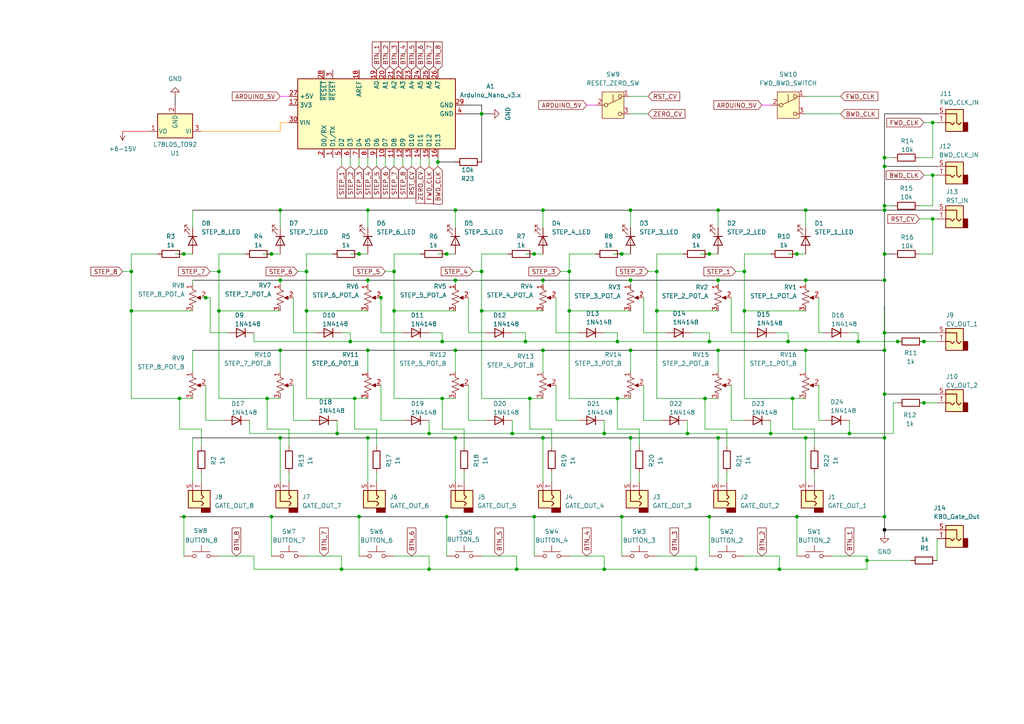
<source format=kicad_sch>
(kicad_sch (version 20250114) (generator "eeschema") (generator_version "9.0")
  (paper "A4")
  (title_block (title "rustino-seq"))
  (junction (at 190.5 78.74))
  (junction (at 63.5 90.17))
  (junction (at 104.14 149.86))
  (junction (at 114.3 90.17))
  (junction (at 102.87 115.57))
  (junction (at 270.51 63.5))
  (junction (at 205.74 73.66))
  (junction (at 114.3 78.74))
  (junction (at 229.87 115.57))
  (junction (at 228.6 99.06))
  (junction (at 110.49 86.36))
  (junction (at 139.7 33.02))
  (junction (at 88.9 78.74))
  (junction (at 132.08 81.28))
  (junction (at 157.48 60.96))
  (junction (at 59.69 86.36))
  (junction (at 256.54 81.28))
  (junction (at 256.54 153.67) (color 0 0 0 1))
  (junction (at 101.6 99.06))
  (junction (at 81.28 81.28))
  (junction (at 208.28 101.6))
  (junction (at 81.28 127))
  (junction (at 256.54 73.66))
  (junction (at 149.86 165.1))
  (junction (at 248.92 99.06))
  (junction (at 180.34 149.86))
  (junction (at 132.08 60.96))
  (junction (at 157.48 81.28))
  (junction (at 53.34 73.66))
  (junction (at 190.5 90.17))
  (junction (at 256.54 60.96))
  (junction (at 153.67 115.57))
  (junction (at 208.28 81.28))
  (junction (at 270.51 35.56))
  (junction (at 182.88 81.28))
  (junction (at 157.48 127))
  (junction (at 233.68 81.28))
  (junction (at 204.47 115.57))
  (junction (at 233.68 127))
  (junction (at 246.38 125.73))
  (junction (at 106.68 60.96))
  (junction (at 38.1 78.74))
  (junction (at 99.06 165.1))
  (junction (at 270.51 50.8))
  (junction (at 38.1 90.17))
  (junction (at 233.68 101.6))
  (junction (at 215.9 90.17))
  (junction (at 256.54 114.3))
  (junction (at 81.28 101.6))
  (junction (at 260.35 99.06))
  (junction (at 124.46 125.73))
  (junction (at 77.47 115.57))
  (junction (at 267.97 99.06))
  (junction (at 205.74 99.06))
  (junction (at 256.54 96.52))
  (junction (at 179.07 99.06))
  (junction (at 208.28 60.96))
  (junction (at 148.59 125.73))
  (junction (at 128.27 99.06))
  (junction (at 182.88 127))
  (junction (at 139.7 78.74))
  (junction (at 128.27 115.57))
  (junction (at 104.14 73.66))
  (junction (at 215.9 78.74))
  (junction (at 205.74 149.86))
  (junction (at 231.14 73.66))
  (junction (at 208.28 127))
  (junction (at 231.14 149.86))
  (junction (at 182.88 101.6))
  (junction (at 175.26 125.73))
  (junction (at 256.54 59.69))
  (junction (at 88.9 90.17))
  (junction (at 256.54 101.6))
  (junction (at 256.54 127))
  (junction (at 81.28 60.96))
  (junction (at 132.08 101.6))
  (junction (at 127 46.99))
  (junction (at 106.68 81.28))
  (junction (at 199.39 125.73))
  (junction (at 251.46 162.56))
  (junction (at 124.46 165.1))
  (junction (at 182.88 60.96))
  (junction (at 256.54 48.26))
  (junction (at 106.68 127))
  (junction (at 175.26 165.1))
  (junction (at 52.07 115.57))
  (junction (at 179.07 115.57))
  (junction (at 256.54 45.72))
  (junction (at 129.54 73.66))
  (junction (at 139.7 90.17))
  (junction (at 152.4 99.06))
  (junction (at 201.93 165.1))
  (junction (at 154.94 149.86))
  (junction (at 223.52 125.73))
  (junction (at 97.79 125.73))
  (junction (at 78.74 149.86))
  (junction (at 165.1 78.74))
  (junction (at 63.5 78.74))
  (junction (at 53.34 149.86))
  (junction (at 267.97 116.84))
  (junction (at 78.74 73.66))
  (junction (at 157.48 101.6))
  (junction (at 129.54 149.86))
  (junction (at 180.34 73.66))
  (junction (at 106.68 101.6))
  (junction (at 226.06 165.1))
  (junction (at 233.68 60.96))
  (junction (at 132.08 127))
  (junction (at 154.94 73.66))
  (junction (at 256.54 149.86))
  (junction (at 165.1 90.17))
  (wire (pts (xy 208.28 101.6) (xy 233.68 101.6)) (stroke (width 0) (color 0 0 0 1)))
  (wire (pts (xy 208.28 60.96) (xy 208.28 66.04)))
  (wire (pts (xy 182.88 60.96) (xy 182.88 66.04)))
  (wire (pts (xy 205.74 96.52) (xy 205.74 99.06)))
  (wire (pts (xy 191.77 121.92) (xy 186.69 121.92)))
  (wire (pts (xy 104.14 149.86) (xy 104.14 161.29)))
  (wire (pts (xy 63.5 73.66) (xy 63.5 78.74)))
  (wire (pts (xy 104.14 45.72) (xy 104.14 48.26)))
  (wire (pts (xy 157.48 60.96) (xy 157.48 66.04)))
  (wire (pts (xy 266.7 99.06) (xy 267.97 99.06)))
  (wire (pts (xy 270.51 35.56) (xy 271.78 35.56)))
  (wire (pts (xy 175.26 121.92) (xy 175.26 125.73)))
  (wire (pts (xy 204.47 115.57) (xy 204.47 124.46)))
  (wire (pts (xy 139.7 90.17) (xy 139.7 115.57)))
  (wire (pts (xy 204.47 115.57) (xy 208.28 115.57)))
  (wire (pts (xy 215.9 115.57) (xy 229.87 115.57)))
  (wire (pts (xy 81.28 35.56) (xy 81.28 38.1)) (stroke (width 0) (color 255 153 0 1)))
  (wire (pts (xy 38.1 90.17) (xy 38.1 115.57)))
  (wire (pts (xy 135.89 86.36) (xy 135.89 96.52)))
  (wire (pts (xy 139.7 73.66) (xy 147.32 73.66)))
  (wire (pts (xy 38.1 78.74) (xy 38.1 90.17)))
  (wire (pts (xy 60.96 96.52) (xy 66.04 96.52)))
  (wire (pts (xy 148.59 125.73) (xy 124.46 125.73)))
  (wire (pts (xy 78.74 149.86) (xy 104.14 149.86)) (stroke (width 0) (color 0 0 0 1)))
  (wire (pts (xy 180.34 149.86) (xy 205.74 149.86)) (stroke (width 0) (color 0 0 0 1)))
  (wire (pts (xy 148.59 96.52) (xy 152.4 96.52)))
  (wire (pts (xy 215.9 121.92) (xy 212.09 121.92)))
  (wire (pts (xy 186.69 96.52) (xy 193.04 96.52)))
  (wire (pts (xy 199.39 121.92) (xy 199.39 125.73)))
  (wire (pts (xy 73.66 99.06) (xy 101.6 99.06)))
  (wire (pts (xy 186.69 111.76) (xy 186.69 121.92)))
  (wire (pts (xy 154.94 73.66) (xy 157.48 73.66)))
  (wire (pts (xy 233.68 127) (xy 233.68 139.7)))
  (wire (pts (xy 101.6 99.06) (xy 128.27 99.06)))
  (wire (pts (xy 201.93 161.29) (xy 201.93 165.1)))
  (wire (pts (xy 63.5 78.74) (xy 63.5 90.17)))
  (wire (pts (xy 90.17 121.92) (xy 85.09 121.92)))
  (wire (pts (xy 233.68 81.28) (xy 256.54 81.28)) (stroke (width 0) (color 0 0 0 1)))
  (wire (pts (xy 114.3 90.17) (xy 114.3 115.57)))
  (wire (pts (xy 182.88 101.6) (xy 208.28 101.6)) (stroke (width 0) (color 0 0 0 1)))
  (wire (pts (xy 205.74 161.29) (xy 205.74 149.86)))
  (wire (pts (xy 101.6 45.72) (xy 101.6 48.26)))
  (wire (pts (xy 134.62 30.48) (xy 139.7 30.48)) (stroke (width 0) (color 0 0 0 1)))
  (wire (pts (xy 38.1 73.66) (xy 45.72 73.66)))
  (wire (pts (xy 55.88 60.96) (xy 81.28 60.96)) (stroke (width 0) (color 0 0 0 1)))
  (wire (pts (xy 182.88 33.02) (xy 187.96 33.02)))
  (wire (pts (xy 101.6 96.52) (xy 101.6 99.06)))
  (wire (pts (xy 157.48 127) (xy 157.48 139.7)))
  (wire (pts (xy 102.87 115.57) (xy 102.87 124.46)))
  (wire (pts (xy 165.1 115.57) (xy 179.07 115.57)))
  (wire (pts (xy 233.68 60.96) (xy 233.68 66.04)))
  (wire (pts (xy 170.18 30.48) (xy 172.72 30.48)) (stroke (width 0) (color 255 0 255 1)))
  (wire (pts (xy 129.54 73.66) (xy 132.08 73.66)))
  (wire (pts (xy 172.72 73.66) (xy 165.1 73.66)))
  (wire (pts (xy 152.4 96.52) (xy 152.4 99.06)))
  (wire (pts (xy 139.7 90.17) (xy 157.48 90.17)))
  (wire (pts (xy 109.22 86.36) (xy 110.49 86.36)))
  (wire (pts (xy 248.92 96.52) (xy 248.92 99.06)))
  (wire (pts (xy 139.7 33.02) (xy 142.24 33.02)) (stroke (width 0) (color 0 0 0 1)))
  (wire (pts (xy 110.49 96.52) (xy 116.84 96.52)))
  (wire (pts (xy 236.22 124.46) (xy 236.22 129.54)))
  (wire (pts (xy 97.79 121.92) (xy 97.79 125.73)))
  (wire (pts (xy 212.09 96.52) (xy 217.17 96.52)))
  (wire (pts (xy 153.67 115.57) (xy 157.48 115.57)))
  (wire (pts (xy 186.69 86.36) (xy 186.69 96.52)))
  (wire (pts (xy 228.6 99.06) (xy 248.92 99.06)))
  (wire (pts (xy 233.68 101.6) (xy 256.54 101.6)) (stroke (width 0) (color 0 0 0 1)))
  (wire (pts (xy 267.97 99.06) (xy 271.78 99.06)))
  (wire (pts (xy 106.68 60.96) (xy 132.08 60.96)) (stroke (width 0) (color 0 0 0 1)))
  (wire (pts (xy 139.7 161.29) (xy 149.86 161.29)))
  (wire (pts (xy 63.5 115.57) (xy 77.47 115.57)))
  (wire (pts (xy 177.8 73.66) (xy 180.34 73.66)))
  (wire (pts (xy 152.4 73.66) (xy 154.94 73.66)))
  (wire (pts (xy 135.89 111.76) (xy 135.89 121.92)))
  (wire (pts (xy 231.14 149.86) (xy 231.14 161.29)))
  (wire (pts (xy 81.28 127) (xy 81.28 139.7)))
  (wire (pts (xy 109.22 124.46) (xy 109.22 129.54)))
  (wire (pts (xy 157.48 60.96) (xy 182.88 60.96)) (stroke (width 0) (color 0 0 0 1)))
  (wire (pts (xy 256.54 73.66) (xy 259.08 73.66)) (stroke (width 0) (color 0 0 0 1)))
  (wire (pts (xy 248.92 99.06) (xy 260.35 99.06)))
  (wire (pts (xy 52.07 115.57) (xy 55.88 115.57)))
  (wire (pts (xy 229.87 115.57) (xy 233.68 115.57)))
  (wire (pts (xy 256.54 48.26) (xy 256.54 59.69)) (stroke (width 0) (color 0 0 0 1)))
  (wire (pts (xy 180.34 149.86) (xy 180.34 161.29)))
  (wire (pts (xy 267.97 50.8) (xy 270.51 50.8)))
  (wire (pts (xy 182.88 82.55) (xy 182.88 81.28)))
  (wire (pts (xy 116.84 45.72) (xy 116.84 48.26)))
  (wire (pts (xy 148.59 121.92) (xy 148.59 125.73)))
  (wire (pts (xy 161.29 86.36) (xy 161.29 96.52)))
  (wire (pts (xy 208.28 60.96) (xy 233.68 60.96)) (stroke (width 0) (color 0 0 0 1)))
  (wire (pts (xy 81.28 35.56) (xy 83.82 35.56)) (stroke (width 0) (color 255 153 0 1)))
  (wire (pts (xy 55.88 127) (xy 55.88 139.7)))
  (wire (pts (xy 78.74 73.66) (xy 81.28 73.66)))
  (wire (pts (xy 111.76 45.72) (xy 111.76 48.26)))
  (wire (pts (xy 52.07 124.46) (xy 58.42 124.46)))
  (wire (pts (xy 81.28 27.94) (xy 83.82 27.94)) (stroke (width 0) (color 255 0 255 1)))
  (wire (pts (xy 52.07 115.57) (xy 52.07 124.46)))
  (wire (pts (xy 127 73.66) (xy 129.54 73.66)))
  (wire (pts (xy 259.08 116.84) (xy 259.08 125.73)))
  (wire (pts (xy 152.4 99.06) (xy 179.07 99.06)))
  (wire (pts (xy 226.06 165.1) (xy 251.46 165.1)))
  (wire (pts (xy 223.52 121.92) (xy 223.52 125.73)))
  (wire (pts (xy 85.09 111.76) (xy 85.09 121.92)))
  (wire (pts (xy 256.54 48.26) (xy 256.54 45.72)) (stroke (width 0) (color 0 0 0 1)))
  (wire (pts (xy 106.68 81.28) (xy 132.08 81.28)) (stroke (width 0) (color 0 0 0 1)))
  (wire (pts (xy 55.88 101.6) (xy 81.28 101.6)) (stroke (width 0) (color 0 0 0 1)))
  (wire (pts (xy 190.5 161.29) (xy 201.93 161.29)))
  (wire (pts (xy 179.07 96.52) (xy 179.07 99.06)))
  (wire (pts (xy 124.46 165.1) (xy 149.86 165.1)))
  (wire (pts (xy 180.34 73.66) (xy 182.88 73.66)))
  (wire (pts (xy 81.28 127) (xy 106.68 127)) (stroke (width 0) (color 0 0 0 1)))
  (wire (pts (xy 208.28 127) (xy 208.28 139.7)))
  (wire (pts (xy 267.97 35.56) (xy 270.51 35.56)))
  (wire (pts (xy 231.14 149.86) (xy 256.54 149.86)) (stroke (width 0) (color 0 0 0 1)))
  (wire (pts (xy 55.88 60.96) (xy 55.88 66.04)))
  (wire (pts (xy 182.88 81.28) (xy 208.28 81.28)) (stroke (width 0) (color 0 0 0 1)))
  (wire (pts (xy 271.78 156.21) (xy 271.78 162.56)))
  (wire (pts (xy 167.64 121.92) (xy 161.29 121.92)))
  (wire (pts (xy 266.7 63.5) (xy 270.51 63.5)))
  (wire (pts (xy 63.5 90.17) (xy 81.28 90.17)))
  (wire (pts (xy 256.54 154.94) (xy 256.54 153.67)) (stroke (width 0) (color 0 0 0 1)))
  (wire (pts (xy 139.7 30.48) (xy 139.7 33.02)) (stroke (width 0) (color 0 0 0 1)))
  (wire (pts (xy 139.7 115.57) (xy 153.67 115.57)))
  (wire (pts (xy 157.48 81.28) (xy 182.88 81.28)) (stroke (width 0) (color 0 0 0 1)))
  (wire (pts (xy 128.27 115.57) (xy 128.27 124.46)))
  (wire (pts (xy 175.26 125.73) (xy 199.39 125.73)))
  (wire (pts (xy 35.56 78.74) (xy 38.1 78.74)))
  (wire (pts (xy 106.68 101.6) (xy 132.08 101.6)) (stroke (width 0) (color 0 0 0 1)))
  (wire (pts (xy 210.82 137.16) (xy 210.82 139.7)))
  (wire (pts (xy 228.6 73.66) (xy 231.14 73.66)))
  (wire (pts (xy 38.1 90.17) (xy 55.88 90.17)))
  (wire (pts (xy 256.54 101.6) (xy 256.54 114.3)) (stroke (width 0) (color 0 0 0 1)))
  (wire (pts (xy 215.9 78.74) (xy 215.9 90.17)))
  (wire (pts (xy 233.68 60.96) (xy 256.54 60.96)) (stroke (width 0) (color 0 0 0 1)))
  (wire (pts (xy 119.38 45.72) (xy 119.38 48.26)))
  (wire (pts (xy 233.68 82.55) (xy 233.68 81.28)))
  (wire (pts (xy 81.28 81.28) (xy 81.28 82.55)))
  (wire (pts (xy 149.86 165.1) (xy 175.26 165.1)))
  (wire (pts (xy 73.66 161.29) (xy 73.66 165.1)))
  (wire (pts (xy 233.68 101.6) (xy 233.68 107.95)))
  (wire (pts (xy 212.09 111.76) (xy 212.09 121.92)))
  (wire (pts (xy 86.36 78.74) (xy 88.9 78.74)))
  (wire (pts (xy 256.54 45.72) (xy 256.54 33.02)) (stroke (width 0) (color 0 0 0 1)))
  (wire (pts (xy 59.69 121.92) (xy 64.77 121.92)))
  (wire (pts (xy 132.08 101.6) (xy 132.08 107.95)))
  (wire (pts (xy 204.47 124.46) (xy 210.82 124.46)))
  (wire (pts (xy 246.38 96.52) (xy 248.92 96.52)))
  (wire (pts (xy 256.54 96.52) (xy 256.54 101.6)))
  (wire (pts (xy 88.9 90.17) (xy 88.9 115.57)))
  (wire (pts (xy 215.9 90.17) (xy 215.9 115.57)))
  (wire (pts (xy 237.49 111.76) (xy 237.49 121.92)))
  (wire (pts (xy 190.5 90.17) (xy 190.5 115.57)))
  (wire (pts (xy 201.93 165.1) (xy 226.06 165.1)))
  (wire (pts (xy 137.16 78.74) (xy 139.7 78.74)))
  (wire (pts (xy 161.29 111.76) (xy 161.29 121.92)))
  (wire (pts (xy 114.3 45.72) (xy 114.3 48.26)))
  (wire (pts (xy 38.1 73.66) (xy 38.1 78.74)))
  (wire (pts (xy 132.08 60.96) (xy 157.48 60.96)) (stroke (width 0) (color 0 0 0 1)))
  (wire (pts (xy 111.76 78.74) (xy 114.3 78.74)))
  (wire (pts (xy 165.1 90.17) (xy 165.1 115.57)))
  (wire (pts (xy 78.74 149.86) (xy 78.74 161.29)))
  (wire (pts (xy 256.54 149.86) (xy 256.54 153.67)) (stroke (width 0) (color 0 0 0 1)))
  (wire (pts (xy 256.54 96.52) (xy 256.54 101.6)) (stroke (width 0) (color 0 0 0 1)))
  (wire (pts (xy 114.3 78.74) (xy 114.3 90.17)))
  (wire (pts (xy 53.34 149.86) (xy 53.34 161.29)))
  (wire (pts (xy 88.9 115.57) (xy 102.87 115.57)))
  (wire (pts (xy 161.29 96.52) (xy 167.64 96.52)))
  (wire (pts (xy 259.08 116.84) (xy 260.35 116.84)))
  (wire (pts (xy 58.42 124.46) (xy 58.42 129.54)))
  (wire (pts (xy 187.96 78.74) (xy 190.5 78.74)))
  (wire (pts (xy 109.22 137.16) (xy 109.22 139.7)))
  (wire (pts (xy 73.66 96.52) (xy 73.66 99.06)))
  (wire (pts (xy 266.7 59.69) (xy 270.51 59.69)))
  (wire (pts (xy 182.88 27.94) (xy 187.96 27.94)))
  (wire (pts (xy 241.3 161.29) (xy 251.46 161.29)))
  (wire (pts (xy 213.36 78.74) (xy 215.9 78.74)))
  (wire (pts (xy 270.51 50.8) (xy 271.78 50.8)))
  (wire (pts (xy 256.54 88.9) (xy 256.54 96.52)))
  (wire (pts (xy 190.5 115.57) (xy 204.47 115.57)))
  (wire (pts (xy 157.48 101.6) (xy 182.88 101.6)) (stroke (width 0) (color 0 0 0 1)))
  (wire (pts (xy 38.1 115.57) (xy 52.07 115.57)))
  (wire (pts (xy 256.54 59.69) (xy 256.54 60.96)) (stroke (width 0) (color 0 0 0 1)))
  (wire (pts (xy 114.3 115.57) (xy 128.27 115.57)))
  (wire (pts (xy 55.88 127) (xy 81.28 127)) (stroke (width 0) (color 0 0 0 1)))
  (wire (pts (xy 124.46 96.52) (xy 128.27 96.52)))
  (wire (pts (xy 157.48 82.55) (xy 157.48 81.28)))
  (wire (pts (xy 139.7 73.66) (xy 139.7 78.74)))
  (wire (pts (xy 182.88 60.96) (xy 208.28 60.96)) (stroke (width 0) (color 0 0 0 1)))
  (wire (pts (xy 81.28 101.6) (xy 106.68 101.6)) (stroke (width 0) (color 0 0 0 1)))
  (wire (pts (xy 266.7 45.72) (xy 270.51 45.72)))
  (wire (pts (xy 182.88 127) (xy 182.88 139.7)))
  (wire (pts (xy 210.82 124.46) (xy 210.82 129.54)))
  (wire (pts (xy 256.54 114.3) (xy 271.78 114.3)) (stroke (width 0) (color 0 0 0 1)))
  (wire (pts (xy 85.09 86.36) (xy 85.09 96.52)))
  (wire (pts (xy 55.88 101.6) (xy 55.88 107.95)))
  (wire (pts (xy 55.88 81.28) (xy 55.88 82.55)))
  (wire (pts (xy 271.78 96.52) (xy 256.54 96.52)) (stroke (width 0) (color 0 0 0 1)))
  (wire (pts (xy 81.28 38.1) (xy 58.42 38.1)) (stroke (width 0) (color 255 153 0 1)))
  (wire (pts (xy 154.94 149.86) (xy 154.94 161.29)))
  (wire (pts (xy 229.87 115.57) (xy 229.87 124.46)))
  (wire (pts (xy 185.42 124.46) (xy 185.42 129.54)))
  (wire (pts (xy 175.26 125.73) (xy 148.59 125.73)))
  (wire (pts (xy 81.28 60.96) (xy 106.68 60.96)) (stroke (width 0) (color 0 0 0 1)))
  (wire (pts (xy 160.02 124.46) (xy 160.02 129.54)))
  (wire (pts (xy 134.62 124.46) (xy 134.62 129.54)))
  (wire (pts (xy 109.22 45.72) (xy 109.22 48.26)))
  (wire (pts (xy 60.96 86.36) (xy 60.96 96.52)))
  (wire (pts (xy 199.39 125.73) (xy 223.52 125.73)))
  (wire (pts (xy 267.97 116.84) (xy 271.78 116.84)))
  (wire (pts (xy 83.82 137.16) (xy 83.82 139.7)))
  (wire (pts (xy 256.54 33.02) (xy 271.78 33.02)) (stroke (width 0) (color 0 0 0 1)))
  (wire (pts (xy 88.9 161.29) (xy 99.06 161.29)))
  (wire (pts (xy 160.02 137.16) (xy 160.02 139.7)))
  (wire (pts (xy 132.08 60.96) (xy 132.08 66.04)))
  (wire (pts (xy 260.35 99.06) (xy 261.62 99.06)))
  (wire (pts (xy 190.5 73.66) (xy 190.5 78.74)))
  (wire (pts (xy 179.07 124.46) (xy 185.42 124.46)))
  (wire (pts (xy 88.9 78.74) (xy 88.9 90.17)))
  (wire (pts (xy 85.09 96.52) (xy 91.44 96.52)))
  (wire (pts (xy 251.46 161.29) (xy 251.46 162.56)))
  (wire (pts (xy 220.98 30.48) (xy 223.52 30.48)) (stroke (width 0) (color 255 0 255 1)))
  (wire (pts (xy 53.34 149.86) (xy 78.74 149.86)) (stroke (width 0) (color 0 0 0 1)))
  (wire (pts (xy 165.1 73.66) (xy 165.1 78.74)))
  (wire (pts (xy 165.1 78.74) (xy 165.1 90.17)))
  (wire (pts (xy 132.08 127) (xy 132.08 139.7)))
  (wire (pts (xy 208.28 101.6) (xy 208.28 107.95)))
  (wire (pts (xy 81.28 60.96) (xy 81.28 66.04)))
  (wire (pts (xy 106.68 60.96) (xy 106.68 66.04)))
  (wire (pts (xy 99.06 45.72) (xy 99.06 48.26)))
  (wire (pts (xy 76.2 73.66) (xy 78.74 73.66)))
  (wire (pts (xy 77.47 115.57) (xy 81.28 115.57)))
  (wire (pts (xy 256.54 59.69) (xy 259.08 59.69)))
  (wire (pts (xy 233.68 127) (xy 256.54 127)) (stroke (width 0) (color 0 0 0 1)))
  (wire (pts (xy 215.9 73.66) (xy 215.9 78.74)))
  (wire (pts (xy 88.9 90.17) (xy 106.68 90.17)))
  (wire (pts (xy 179.07 99.06) (xy 205.74 99.06)))
  (wire (pts (xy 128.27 124.46) (xy 134.62 124.46)))
  (wire (pts (xy 215.9 90.17) (xy 233.68 90.17)))
  (wire (pts (xy 224.79 96.52) (xy 228.6 96.52)))
  (wire (pts (xy 149.86 161.29) (xy 149.86 165.1)))
  (wire (pts (xy 114.3 73.66) (xy 114.3 78.74)))
  (wire (pts (xy 205.74 149.86) (xy 231.14 149.86)) (stroke (width 0) (color 0 0 0 1)))
  (wire (pts (xy 236.22 137.16) (xy 236.22 139.7)))
  (wire (pts (xy 132.08 81.28) (xy 132.08 82.55)))
  (wire (pts (xy 251.46 162.56) (xy 251.46 165.1)))
  (wire (pts (xy 35.56 38.1) (xy 43.18 38.1)) (stroke (width 0) (color 255 0 0 1)))
  (wire (pts (xy 270.51 63.5) (xy 270.51 73.66)))
  (wire (pts (xy 116.84 121.92) (xy 110.49 121.92)))
  (wire (pts (xy 114.3 161.29) (xy 124.46 161.29)))
  (wire (pts (xy 154.94 149.86) (xy 180.34 149.86)) (stroke (width 0) (color 0 0 0 1)))
  (wire (pts (xy 246.38 121.92) (xy 246.38 125.73)))
  (wire (pts (xy 73.66 165.1) (xy 99.06 165.1)))
  (wire (pts (xy 157.48 127) (xy 182.88 127)) (stroke (width 0) (color 0 0 0 1)))
  (wire (pts (xy 77.47 115.57) (xy 77.47 124.46)))
  (wire (pts (xy 270.51 50.8) (xy 270.51 59.69)))
  (wire (pts (xy 200.66 96.52) (xy 205.74 96.52)))
  (wire (pts (xy 102.87 124.46) (xy 109.22 124.46)))
  (wire (pts (xy 237.49 86.36) (xy 237.49 96.52)))
  (wire (pts (xy 124.46 121.92) (xy 124.46 125.73)))
  (wire (pts (xy 132.08 101.6) (xy 157.48 101.6)) (stroke (width 0) (color 0 0 0 1)))
  (wire (pts (xy 256.54 114.3) (xy 256.54 127)) (stroke (width 0) (color 0 0 0 1)))
  (wire (pts (xy 165.1 90.17) (xy 182.88 90.17)))
  (wire (pts (xy 139.7 78.74) (xy 139.7 90.17)))
  (wire (pts (xy 128.27 115.57) (xy 132.08 115.57)))
  (wire (pts (xy 63.5 161.29) (xy 73.66 161.29)))
  (wire (pts (xy 266.7 73.66) (xy 270.51 73.66)))
  (wire (pts (xy 190.5 78.74) (xy 190.5 90.17)))
  (wire (pts (xy 110.49 111.76) (xy 110.49 121.92)))
  (wire (pts (xy 153.67 124.46) (xy 160.02 124.46)))
  (wire (pts (xy 205.74 149.86) (xy 204.47 149.86)))
  (wire (pts (xy 127 46.99) (xy 132.08 46.99)) (stroke (width 0) (color 0 0 0 1)))
  (wire (pts (xy 121.92 73.66) (xy 114.3 73.66)))
  (wire (pts (xy 129.54 149.86) (xy 154.94 149.86)) (stroke (width 0) (color 0 0 0 1)))
  (wire (pts (xy 251.46 162.56) (xy 264.16 162.56)))
  (wire (pts (xy 256.54 45.72) (xy 259.08 45.72)))
  (wire (pts (xy 208.28 82.55) (xy 208.28 81.28)))
  (wire (pts (xy 212.09 86.36) (xy 212.09 96.52)))
  (wire (pts (xy 175.26 161.29) (xy 175.26 165.1)))
  (wire (pts (xy 153.67 115.57) (xy 153.67 124.46)))
  (wire (pts (xy 205.74 73.66) (xy 208.28 73.66)))
  (wire (pts (xy 106.68 127) (xy 132.08 127)) (stroke (width 0) (color 0 0 0 1)))
  (wire (pts (xy 101.6 73.66) (xy 104.14 73.66)))
  (wire (pts (xy 121.92 45.72) (xy 121.92 48.26)))
  (wire (pts (xy 134.62 137.16) (xy 134.62 139.7)))
  (wire (pts (xy 88.9 73.66) (xy 88.9 78.74)))
  (wire (pts (xy 128.27 96.52) (xy 128.27 99.06)))
  (wire (pts (xy 99.06 96.52) (xy 101.6 96.52)))
  (wire (pts (xy 182.88 127) (xy 208.28 127)) (stroke (width 0) (color 0 0 0 1)))
  (wire (pts (xy 256.54 127) (xy 256.54 149.86)) (stroke (width 0) (color 0 0 0 1)))
  (wire (pts (xy 127 46.99) (xy 127 48.26)))
  (wire (pts (xy 104.14 73.66) (xy 106.68 73.66)))
  (wire (pts (xy 256.54 81.28) (xy 256.54 96.52)) (stroke (width 0) (color 0 0 0 1)))
  (wire (pts (xy 215.9 161.29) (xy 226.06 161.29)))
  (wire (pts (xy 58.42 137.16) (xy 58.42 139.7)))
  (wire (pts (xy 256.54 60.96) (xy 271.78 60.96)) (stroke (width 0) (color 0 0 0 1)))
  (wire (pts (xy 77.47 124.46) (xy 83.82 124.46)))
  (wire (pts (xy 71.12 73.66) (xy 63.5 73.66)))
  (wire (pts (xy 135.89 96.52) (xy 140.97 96.52)))
  (wire (pts (xy 256.54 73.66) (xy 256.54 81.28)) (stroke (width 0) (color 0 0 0 1)))
  (wire (pts (xy 182.88 101.6) (xy 182.88 107.95)))
  (wire (pts (xy 124.46 45.72) (xy 124.46 48.26)))
  (wire (pts (xy 134.62 33.02) (xy 139.7 33.02)) (stroke (width 0) (color 0 0 0 1)))
  (wire (pts (xy 63.5 90.17) (xy 63.5 115.57)))
  (wire (pts (xy 102.87 115.57) (xy 106.68 115.57)))
  (wire (pts (xy 99.06 161.29) (xy 99.06 165.1)))
  (wire (pts (xy 99.06 165.1) (xy 124.46 165.1)))
  (wire (pts (xy 72.39 121.92) (xy 72.39 125.73)))
  (wire (pts (xy 223.52 125.73) (xy 246.38 125.73)))
  (wire (pts (xy 256.54 60.96) (xy 256.54 73.66)) (stroke (width 0) (color 0 0 0 1)))
  (wire (pts (xy 238.76 96.52) (xy 237.49 96.52)))
  (wire (pts (xy 55.88 81.28) (xy 81.28 81.28)) (stroke (width 0) (color 0 0 0 1)))
  (wire (pts (xy 228.6 96.52) (xy 228.6 99.06)))
  (wire (pts (xy 229.87 124.46) (xy 236.22 124.46)))
  (wire (pts (xy 223.52 73.66) (xy 215.9 73.66)))
  (wire (pts (xy 106.68 101.6) (xy 106.68 107.95)))
  (wire (pts (xy 132.08 81.28) (xy 157.48 81.28)) (stroke (width 0) (color 0 0 0 1)))
  (wire (pts (xy 81.28 101.6) (xy 81.28 107.95)))
  (wire (pts (xy 175.26 165.1) (xy 201.93 165.1)))
  (wire (pts (xy 231.14 73.66) (xy 233.68 73.66)))
  (wire (pts (xy 179.07 115.57) (xy 182.88 115.57)))
  (wire (pts (xy 59.69 111.76) (xy 59.69 121.92)))
  (wire (pts (xy 190.5 90.17) (xy 208.28 90.17)))
  (wire (pts (xy 175.26 96.52) (xy 179.07 96.52)))
  (wire (pts (xy 233.68 33.02) (xy 243.84 33.02)))
  (wire (pts (xy 246.38 125.73) (xy 259.08 125.73)))
  (wire (pts (xy 139.7 33.02) (xy 139.7 46.99)) (stroke (width 0) (color 0 0 0 1)))
  (wire (pts (xy 132.08 127) (xy 157.48 127)) (stroke (width 0) (color 0 0 0 1)))
  (wire (pts (xy 124.46 161.29) (xy 124.46 165.1)))
  (wire (pts (xy 203.2 73.66) (xy 205.74 73.66)))
  (wire (pts (xy 185.42 137.16) (xy 185.42 139.7)))
  (wire (pts (xy 106.68 81.28) (xy 106.68 82.55)))
  (wire (pts (xy 270.51 63.5) (xy 271.78 63.5)))
  (wire (pts (xy 233.68 27.94) (xy 243.84 27.94)))
  (wire (pts (xy 140.97 121.92) (xy 135.89 121.92)))
  (wire (pts (xy 60.96 78.74) (xy 63.5 78.74)))
  (wire (pts (xy 128.27 99.06) (xy 152.4 99.06)))
  (wire (pts (xy 256.54 48.26) (xy 271.78 48.26)) (stroke (width 0) (color 0 0 0 1)))
  (wire (pts (xy 114.3 90.17) (xy 132.08 90.17)))
  (wire (pts (xy 106.68 45.72) (xy 106.68 48.26)))
  (wire (pts (xy 208.28 127) (xy 233.68 127)) (stroke (width 0) (color 0 0 0 1)))
  (wire (pts (xy 208.28 81.28) (xy 233.68 81.28)) (stroke (width 0) (color 0 0 0 1)))
  (wire (pts (xy 198.12 73.66) (xy 190.5 73.66)))
  (wire (pts (xy 162.56 78.74) (xy 165.1 78.74)))
  (wire (pts (xy 52.07 149.86) (xy 53.34 149.86)) (stroke (width 0) (color 0 0 0 1)))
  (wire (pts (xy 266.7 116.84) (xy 267.97 116.84)))
  (wire (pts (xy 83.82 124.46) (xy 83.82 129.54)))
  (wire (pts (xy 106.68 127) (xy 106.68 139.7)))
  (wire (pts (xy 179.07 115.57) (xy 179.07 124.46)))
  (wire (pts (xy 110.49 86.36) (xy 110.49 96.52)))
  (wire (pts (xy 58.42 86.36) (xy 59.69 86.36)))
  (wire (pts (xy 226.06 161.29) (xy 226.06 165.1)))
  (wire (pts (xy 59.69 86.36) (xy 60.96 86.36)))
  (wire (pts (xy 53.34 73.66) (xy 55.88 73.66)))
  (wire (pts (xy 81.28 81.28) (xy 106.68 81.28)) (stroke (width 0) (color 0 0 0 1)))
  (wire (pts (xy 157.48 101.6) (xy 157.48 107.95)))
  (wire (pts (xy 124.46 125.73) (xy 97.79 125.73)))
  (wire (pts (xy 127 45.72) (xy 127 46.99)))
  (wire (pts (xy 97.79 125.73) (xy 72.39 125.73)))
  (wire (pts (xy 205.74 99.06) (xy 228.6 99.06)))
  (wire (pts (xy 238.76 121.92) (xy 237.49 121.92)))
  (wire (pts (xy 50.8 73.66) (xy 53.34 73.66)))
  (wire (pts (xy 270.51 45.72) (xy 270.51 35.56)))
  (wire (pts (xy 256.54 153.67) (xy 271.78 153.67)) (stroke (width 0) (color 0 0 0 1)))
  (wire (pts (xy 104.14 149.86) (xy 129.54 149.86)) (stroke (width 0) (color 0 0 0 1)))
  (wire (pts (xy 50.8 30.48) (xy 50.8 27.94)) (stroke (width 0) (color 0 0 0 1)))
  (wire (pts (xy 96.52 73.66) (xy 88.9 73.66)))
  (wire (pts (xy 165.1 161.29) (xy 175.26 161.29)))
  (wire (pts (xy 129.54 149.86) (xy 129.54 161.29)))
  (global_label "RST_CV" (shape input) (at 266.7 63.5 180) (property "Intersheetrefs" "${INTERSHEET_REFS}" (effects (hide yes))))
  (global_label "BTN_4" (shape input) (at 116.84 20.32 90) (property "Intersheetrefs" "${INTERSHEET_REFS}" (effects (hide yes))))
  (global_label "STEP_3" (shape input) (at 104.14 48.26 270) (property "Intersheetrefs" "${INTERSHEET_REFS}" (effects (hide yes))))
  (global_label "STEP_1" (shape input) (at 213.36 78.74 180) (property "Intersheetrefs" "${INTERSHEET_REFS}" (effects (hide yes))))
  (global_label "ZERO_CV" (shape input) (at 187.96 33.02 0) (property "Intersheetrefs" "${INTERSHEET_REFS}" (effects (hide yes))))
  (global_label "STEP_8" (shape input) (at 116.84 48.26 270) (property "Intersheetrefs" "${INTERSHEET_REFS}" (effects (hide yes))))
  (global_label "STEP_4" (shape input) (at 137.16 78.74 180) (property "Intersheetrefs" "${INTERSHEET_REFS}" (effects (hide yes))))
  (global_label "BTN_7" (shape input) (at 93.98 161.29 90) (property "Intersheetrefs" "${INTERSHEET_REFS}" (effects (hide yes))))
  (global_label "STEP_3" (shape input) (at 162.56 78.74 180) (property "Intersheetrefs" "${INTERSHEET_REFS}" (effects (hide yes))))
  (global_label "ARDUINO_5V" (shape input) (at 170.18 30.48 180) (property "Intersheetrefs" "${INTERSHEET_REFS}" (effects (hide yes))))
  (global_label "BWD_CLK" (shape input) (at 267.97 50.8 180) (property "Intersheetrefs" "${INTERSHEET_REFS}" (effects (hide yes))))
  (global_label "STEP_2" (shape input) (at 187.96 78.74 180) (property "Intersheetrefs" "${INTERSHEET_REFS}" (effects (hide yes))))
  (global_label "BTN_6" (shape input) (at 121.92 20.32 90) (property "Intersheetrefs" "${INTERSHEET_REFS}" (effects (hide yes))))
  (global_label "STEP_8" (shape input) (at 35.56 78.74 180) (property "Intersheetrefs" "${INTERSHEET_REFS}" (effects (hide yes))))
  (global_label "BTN_3" (shape input) (at 195.58 161.29 90) (property "Intersheetrefs" "${INTERSHEET_REFS}" (effects (hide yes))))
  (global_label "STEP_1" (shape input) (at 99.06 48.26 270) (property "Intersheetrefs" "${INTERSHEET_REFS}" (effects (hide yes))))
  (global_label "STEP_2" (shape input) (at 101.6 48.26 270) (property "Intersheetrefs" "${INTERSHEET_REFS}" (effects (hide yes))))
  (global_label "FWD_CLK" (shape input) (at 243.84 27.94 0) (property "Intersheetrefs" "${INTERSHEET_REFS}" (effects (hide yes))))
  (global_label "BWD_CLK" (shape input) (at 243.84 33.02 0) (property "Intersheetrefs" "${INTERSHEET_REFS}" (effects (hide yes))))
  (global_label "BTN_3" (shape input) (at 114.3 20.32 90) (property "Intersheetrefs" "${INTERSHEET_REFS}" (effects (hide yes))))
  (global_label "BTN_1" (shape input) (at 246.38 161.29 90) (property "Intersheetrefs" "${INTERSHEET_REFS}" (effects (hide yes))))
  (global_label "STEP_5" (shape input) (at 109.22 48.26 270) (property "Intersheetrefs" "${INTERSHEET_REFS}" (effects (hide yes))))
  (global_label "BWD_CLK" (shape input) (at 127 48.26 270) (property "Intersheetrefs" "${INTERSHEET_REFS}" (effects (hide yes))))
  (global_label "FWD_CLK" (shape input) (at 267.97 35.56 180) (property "Intersheetrefs" "${INTERSHEET_REFS}" (effects (hide yes))))
  (global_label "STEP_6" (shape input) (at 86.36 78.74 180) (property "Intersheetrefs" "${INTERSHEET_REFS}" (effects (hide yes))))
  (global_label "ARDUINO_5V" (shape input) (at 220.98 30.48 180) (property "Intersheetrefs" "${INTERSHEET_REFS}" (effects (hide yes))))
  (global_label "BTN_1" (shape input) (at 109.22 20.32 90) (property "Intersheetrefs" "${INTERSHEET_REFS}" (effects (hide yes))))
  (global_label "STEP_5" (shape input) (at 111.76 78.74 180) (property "Intersheetrefs" "${INTERSHEET_REFS}" (effects (hide yes))))
  (global_label "BTN_2" (shape input) (at 111.76 20.32 90) (property "Intersheetrefs" "${INTERSHEET_REFS}" (effects (hide yes))))
  (global_label "BTN_8" (shape input) (at 127 20.32 90) (property "Intersheetrefs" "${INTERSHEET_REFS}" (effects (hide yes))))
  (global_label "RST_CV" (shape input) (at 187.96 27.94 0) (property "Intersheetrefs" "${INTERSHEET_REFS}" (effects (hide yes))))
  (global_label "FWD_CLK" (shape input) (at 124.46 48.26 270) (property "Intersheetrefs" "${INTERSHEET_REFS}" (effects (hide yes))))
  (global_label "BTN_4" (shape input) (at 170.18 161.29 90) (property "Intersheetrefs" "${INTERSHEET_REFS}" (effects (hide yes))))
  (global_label "BTN_5" (shape input) (at 119.38 20.32 90) (property "Intersheetrefs" "${INTERSHEET_REFS}" (effects (hide yes))))
  (global_label "BTN_7" (shape input) (at 124.46 20.32 90) (property "Intersheetrefs" "${INTERSHEET_REFS}" (effects (hide yes))))
  (global_label "STEP_6" (shape input) (at 111.76 48.26 270) (property "Intersheetrefs" "${INTERSHEET_REFS}" (effects (hide yes))))
  (global_label "BTN_5" (shape input) (at 144.78 161.29 90) (property "Intersheetrefs" "${INTERSHEET_REFS}" (effects (hide yes))))
  (global_label "RST_CV" (shape input) (at 119.38 48.26 270) (property "Intersheetrefs" "${INTERSHEET_REFS}" (effects (hide yes))))
  (global_label "BTN_8" (shape input) (at 68.58 161.29 90) (property "Intersheetrefs" "${INTERSHEET_REFS}" (effects (hide yes))))
  (global_label "BTN_6" (shape input) (at 119.38 161.29 90) (property "Intersheetrefs" "${INTERSHEET_REFS}" (effects (hide yes))))
  (global_label "STEP_7" (shape input) (at 114.3 48.26 270) (property "Intersheetrefs" "${INTERSHEET_REFS}" (effects (hide yes))))
  (global_label "BTN_2" (shape input) (at 220.98 161.29 90) (property "Intersheetrefs" "${INTERSHEET_REFS}" (effects (hide yes))))
  (global_label "STEP_7" (shape input) (at 60.96 78.74 180) (property "Intersheetrefs" "${INTERSHEET_REFS}" (effects (hide yes))))
  (global_label "STEP_4" (shape input) (at 106.68 48.26 270) (property "Intersheetrefs" "${INTERSHEET_REFS}" (effects (hide yes))))
  (global_label "ARDUINO_5V" (shape input) (at 81.28 27.94 180) (property "Intersheetrefs" "${INTERSHEET_REFS}" (effects (hide yes))))
  (global_label "ZERO_CV" (shape input) (at 121.92 48.26 270) (property "Intersheetrefs" "${INTERSHEET_REFS}" (effects (hide yes))))
  (symbol (lib_id "Switch:SW_Push") (at 185.42 161.29 0) (unit 1)
    (property "Reference" "SW3" (at 185.42 154.178 0))
    (property "Value" "BUTTON_3" (at 185.42 156.718 0))
    (property "Description" "Push button switch, generic, two pins" (effects (hide yes)))
  )
  (symbol (lib_id "Connector_Audio:AudioJack2") (at 58.42 144.78 90) (unit 1)
    (property "Reference" "J8" (at 62.23 144.1449 90) (effects (justify right)))
    (property "Value" "GATE_OUT_8" (at 62.23 146.6849 90) (effects (justify right)))
    (property "Description" "Audio Jack, 2 Poles (Mono / TS)" (effects (hide yes)))
  )
  (symbol (lib_id "Connector_Audio:AudioJack2") (at 210.82 144.78 90) (unit 1)
    (property "Reference" "J2" (at 214.63 144.1449 90) (effects (justify right)))
    (property "Value" "GATE_OUT_2" (at 214.63 146.6849 90) (effects (justify right)))
    (property "Description" "Audio Jack, 2 Poles (Mono / TS)" (effects (hide yes)))
  )
  (symbol (lib_id "Device:R") (at 58.42 133.35 0) (unit 1)
    (property "Reference" "R2" (at 61.976 133.604 90))
    (property "Value" "1k" (at 64.516 133.604 90))
    (property "Description" "Resistor" (effects (hide yes)))
  )
  (symbol (lib_id "Switch:SW_Push") (at 210.82 161.29 0) (unit 1)
    (property "Reference" "SW2" (at 210.82 154.178 0))
    (property "Value" "BUTTON_2" (at 210.82 156.718 0))
    (property "Description" "Push button switch, generic, two pins" (effects (hide yes)))
  )
  (symbol (lib_id "Diode:1N4148") (at 171.45 121.92 180) (unit 1)
    (property "Reference" "D21" (at 170.18 117.094 0) (effects (justify right)))
    (property "Value" "1N4148" (at 170.18 119.634 0) (effects (justify right)))
    (property "Footprint" "Diode_THT:D_DO-35_SOD27_P7.62mm_Horizontal" (effects (hide yes)))
    (property "Datasheet" "https://assets.nexperia.com/documents/data-sheet/1N4148_1N4448.pdf" (effects (hide yes)))
    (property "Description" "100V 0.15A standard switching diode, DO-35" (effects (hide yes)))
    (property "Sim.Device" "D" (effects (hide yes)))
    (property "Sim.Pins" "1=K 2=A" (effects (hide yes)))
  )
  (symbol (lib_id "Diode:1N4148") (at 144.78 96.52 180) (unit 1)
    (property "Reference" "D12" (at 143.002 91.44 0) (effects (justify right)))
    (property "Value" "1N4148" (at 143.002 93.98 0) (effects (justify right)))
    (property "Footprint" "Diode_THT:D_DO-35_SOD27_P7.62mm_Horizontal" (effects (hide yes)))
    (property "Datasheet" "https://assets.nexperia.com/documents/data-sheet/1N4148_1N4448.pdf" (effects (hide yes)))
    (property "Description" "100V 0.15A standard switching diode, DO-35" (effects (hide yes)))
    (property "Sim.Device" "D" (effects (hide yes)))
    (property "Sim.Pins" "1=K 2=A" (effects (hide yes)))
  )
  (symbol (lib_id "Device:R_Potentiometer_US") (at 132.08 111.76 0) (unit 1)
    (property "Reference" "RV12" (at 129.54 102.87 0) (effects (justify right)))
    (property "Value" "STEP_5_POT_B" (at 129.54 105.41 0) (effects (justify right)))
    (property "Description" "Potentiometer, US symbol" (effects (hide yes)))
  )
  (symbol (lib_id "Device:R") (at 100.33 73.66 270) (unit 1)
    (property "Reference" "R5" (at 100.33 68.58 90))
    (property "Value" "1k" (at 100.33 71.12 90))
    (property "Description" "Resistor" (effects (hide yes)))
  )
  (symbol (lib_id "Connector_Audio:AudioJack2") (at 276.86 116.84 0) (mirror y) (unit 1)
    (property "Reference" "J10" (at 274.32 109.22 0) (effects (justify right)))
    (property "Value" "CV_OUT_2" (at 274.32 111.76 0) (effects (justify right)))
    (property "Description" "Audio Jack, 2 Poles (Mono / TS)" (effects (hide yes)))
  )
  (symbol (lib_id "Device:R_Potentiometer_US") (at 233.68 111.76 0) (unit 1)
    (property "Reference" "RV16" (at 231.14 102.87 0) (effects (justify right)))
    (property "Value" "STEP_1_POT_B" (at 231.14 105.41 0) (effects (justify right)))
    (property "Description" "Potentiometer, US symbol" (effects (hide yes)))
  )
  (symbol (lib_id "Switch:SW_Push") (at 58.42 161.29 0) (unit 1)
    (property "Reference" "SW8" (at 58.166 153.924 0))
    (property "Value" "BUTTON_8" (at 58.42 156.718 0))
    (property "Description" "Push button switch, generic, two pins" (effects (hide yes)))
  )
  (symbol (lib_id "Device:LED") (at 81.28 69.85 270) (unit 1)
    (property "Reference" "D7" (at 83.82 64.77 90) (effects (justify left)))
    (property "Value" "STEP_7_LED" (at 83.82 67.31 90) (effects (justify left)))
    (property "Description" "Light emitting diode" (effects (hide yes)))
    (property "Sim.Pins" "1=K 2=A" (effects (hide yes)))
  )
  (symbol (lib_id "Device:LED") (at 132.08 69.85 270) (unit 1)
    (property "Reference" "D5" (at 134.62 64.77 90) (effects (justify left)))
    (property "Value" "STEP_5_LED" (at 134.62 67.31 90) (effects (justify left)))
    (property "Description" "Light emitting diode" (effects (hide yes)))
    (property "Sim.Pins" "1=K 2=A" (effects (hide yes)))
  )
  (symbol (lib_id "Device:R") (at 125.73 73.66 270) (unit 1)
    (property "Reference" "R6" (at 125.73 68.58 90))
    (property "Value" "1k" (at 125.73 71.12 90))
    (property "Description" "Resistor" (effects (hide yes)))
  )
  (symbol (lib_id "Device:LED") (at 233.68 69.85 270) (unit 1)
    (property "Reference" "D1" (at 236.22 64.77 90) (effects (justify left)))
    (property "Value" "STEP_1_LED" (at 236.22 67.31 90) (effects (justify left)))
    (property "Description" "Light emitting diode" (effects (hide yes)))
    (property "Sim.Pins" "1=K 2=A" (effects (hide yes)))
  )
  (symbol (lib_id "Connector_Audio:AudioJack2") (at 276.86 99.06 0) (mirror y) (unit 1)
    (property "Reference" "J9" (at 274.32 91.44 0) (effects (justify right)))
    (property "Value" "CV_OUT_1" (at 274.32 93.98 0) (effects (justify right)))
    (property "Description" "Audio Jack, 2 Poles (Mono / TS)" (effects (hide yes)))
  )
  (symbol (lib_id "Diode:1N4148") (at 195.58 121.92 180) (unit 1)
    (property "Reference" "D22" (at 194.056 117.094 0) (effects (justify right)))
    (property "Value" "1N4148" (at 194.056 119.634 0) (effects (justify right)))
    (property "Footprint" "Diode_THT:D_DO-35_SOD27_P7.62mm_Horizontal" (effects (hide yes)))
    (property "Datasheet" "https://assets.nexperia.com/documents/data-sheet/1N4148_1N4448.pdf" (effects (hide yes)))
    (property "Description" "100V 0.15A standard switching diode, DO-35" (effects (hide yes)))
    (property "Sim.Device" "D" (effects (hide yes)))
    (property "Sim.Pins" "1=K 2=A" (effects (hide yes)))
  )
  (symbol (lib_id "Device:R") (at 262.89 73.66 90) (unit 1)
    (property "Reference" "R16" (at 263.144 68.834 90))
    (property "Value" "10k" (at 263.144 71.374 90))
    (property "Description" "Resistor" (effects (hide yes)))
  )
  (symbol (lib_id "power:GND") (at 256.54 154.94 0) (unit 1)
    (property "Reference" "#PWR03" (effects (hide yes)))
    (property "Value" "GND" (at 256.54 160.02 0))
    (property "Description" "Power symbol creates a global label with name \"GND\" , ground" (effects (hide yes)))
  )
  (symbol (lib_id "Device:R_Potentiometer_US") (at 157.48 111.76 0) (unit 1)
    (property "Reference" "RV13" (at 154.94 103.378 0) (effects (justify right)))
    (property "Value" "STEP_4_POT_B" (at 154.94 105.918 0) (effects (justify right)))
    (property "Description" "Potentiometer, US symbol" (effects (hide yes)))
  )
  (symbol (lib_id "Device:R_Potentiometer_US") (at 55.88 111.76 0) (unit 1)
    (property "Reference" "RV9" (at 53.594 103.886 0) (effects (justify right)))
    (property "Value" "STEP_8_POT_B" (at 53.594 106.426 0) (effects (justify right)))
    (property "Description" "Potentiometer, US symbol" (effects (hide yes)))
  )
  (symbol (lib_id "Device:R_Potentiometer_US") (at 106.68 86.36 0) (unit 1)
    (property "Reference" "RV6" (at 104.14 83.058 0) (effects (justify right)))
    (property "Value" "STEP_6_POT_A" (at 104.14 85.598 0) (effects (justify right)))
    (property "Description" "Potentiometer, US symbol" (effects (hide yes)))
  )
  (symbol (lib_id "Connector_Audio:AudioJack2") (at 276.86 35.56 0) (mirror y) (unit 1)
    (property "Reference" "J11" (at 272.542 27.178 0) (effects (justify right)))
    (property "Value" "FWD_CLK_IN" (at 272.542 29.718 0) (effects (justify right)))
    (property "Description" "Audio Jack, 2 Poles (Mono / TS)" (effects (hide yes)))
  )
  (symbol (lib_id "Device:LED") (at 55.88 69.85 270) (unit 1)
    (property "Reference" "D8" (at 58.42 64.77 90) (effects (justify left)))
    (property "Value" "STEP_8_LED" (at 58.42 67.31 90) (effects (justify left)))
    (property "Description" "Light emitting diode" (effects (hide yes)))
    (property "Sim.Pins" "1=K 2=A" (effects (hide yes)))
  )
  (symbol (lib_id "Device:R") (at 83.82 133.35 0) (unit 1)
    (property "Reference" "R13" (at 87.376 133.604 90))
    (property "Value" "1k" (at 89.916 133.604 90))
    (property "Description" "Resistor" (effects (hide yes)))
  )
  (symbol (lib_id "Device:LED") (at 106.68 69.85 270) (unit 1)
    (property "Reference" "D6" (at 109.22 64.77 90) (effects (justify left)))
    (property "Value" "STEP_6_LED" (at 109.22 67.31 90) (effects (justify left)))
    (property "Description" "Light emitting diode" (effects (hide yes)))
    (property "Sim.Pins" "1=K 2=A" (effects (hide yes)))
  )
  (symbol (lib_id "Connector_Audio:AudioJack2") (at 276.86 50.8 0) (mirror y) (unit 1)
    (property "Reference" "J12" (at 272.288 42.418 0) (effects (justify right)))
    (property "Value" "BWD_CLK_IN" (at 272.288 44.958 0) (effects (justify right)))
    (property "Description" "Audio Jack, 2 Poles (Mono / TS)" (effects (hide yes)))
  )
  (symbol (lib_id "Device:R") (at 262.89 59.69 90) (unit 1)
    (property "Reference" "R15" (at 262.89 54.61 90))
    (property "Value" "10k" (at 262.89 57.15 90))
    (property "Description" "Resistor" (effects (hide yes)))
  )
  (symbol (lib_id "Diode:1N4148") (at 68.58 121.92 180) (unit 1)
    (property "Reference" "D17" (at 67.056 117.094 0) (effects (justify right)))
    (property "Value" "1N4148" (at 67.056 119.634 0) (effects (justify right)))
    (property "Footprint" "Diode_THT:D_DO-35_SOD27_P7.62mm_Horizontal" (effects (hide yes)))
    (property "Datasheet" "https://assets.nexperia.com/documents/data-sheet/1N4148_1N4448.pdf" (effects (hide yes)))
    (property "Description" "100V 0.15A standard switching diode, DO-35" (effects (hide yes)))
    (property "Sim.Device" "D" (effects (hide yes)))
    (property "Sim.Pins" "1=K 2=A" (effects (hide yes)))
  )
  (symbol (lib_id "Diode:1N4148") (at 144.78 121.92 180) (unit 1)
    (property "Reference" "D20" (at 143.002 117.094 0) (effects (justify right)))
    (property "Value" "1N4148" (at 143.002 119.634 0) (effects (justify right)))
    (property "Footprint" "Diode_THT:D_DO-35_SOD27_P7.62mm_Horizontal" (effects (hide yes)))
    (property "Datasheet" "https://assets.nexperia.com/documents/data-sheet/1N4148_1N4448.pdf" (effects (hide yes)))
    (property "Description" "100V 0.15A standard switching diode, DO-35" (effects (hide yes)))
    (property "Sim.Device" "D" (effects (hide yes)))
    (property "Sim.Pins" "1=K 2=A" (effects (hide yes)))
  )
  (symbol (lib_id "Switch:SW_Push_SPDT") (at 177.8 30.48 0) (unit 1)
    (property "Reference" "SW9" (at 177.8 21.59 0))
    (property "Value" "RESET_ZERO_SW" (at 177.8 24.13 0))
    (property "Description" "Momentary Switch, single pole double throw" (effects (hide yes)))
  )
  (symbol (lib_id "Diode:1N4148") (at 196.85 96.52 180) (unit 1)
    (property "Reference" "D14" (at 195.072 90.932 0) (effects (justify right)))
    (property "Value" "1N4148" (at 195.072 93.472 0) (effects (justify right)))
    (property "Footprint" "Diode_THT:D_DO-35_SOD27_P7.62mm_Horizontal" (effects (hide yes)))
    (property "Datasheet" "https://assets.nexperia.com/documents/data-sheet/1N4148_1N4448.pdf" (effects (hide yes)))
    (property "Description" "100V 0.15A standard switching diode, DO-35" (effects (hide yes)))
    (property "Sim.Device" "D" (effects (hide yes)))
    (property "Sim.Pins" "1=K 2=A" (effects (hide yes)))
  )
  (symbol (lib_id "Device:R") (at 134.62 133.35 0) (unit 1)
    (property "Reference" "R18" (at 138.176 133.604 90))
    (property "Value" "1k" (at 140.716 133.604 90))
    (property "Description" "Resistor" (effects (hide yes)))
  )
  (symbol (lib_id "power:GND") (at 142.24 33.02 90) (mirror x) (unit 1)
    (property "Reference" "#PWR07" (effects (hide yes)))
    (property "Value" "GND" (at 147.32 33.02 0))
    (property "Description" "Power symbol creates a global label with name \"GND\" , ground" (effects (hide yes)))
  )
  (symbol (lib_id "Connector_Audio:AudioJack2") (at 134.62 144.78 90) (unit 1)
    (property "Reference" "J5" (at 138.43 144.1449 90) (effects (justify right)))
    (property "Value" "GATE_OUT_5" (at 138.43 146.6849 90) (effects (justify right)))
    (property "Description" "Audio Jack, 2 Poles (Mono / TS)" (effects (hide yes)))
  )
  (symbol (lib_id "Device:R") (at 185.42 133.35 0) (unit 1)
    (property "Reference" "R20" (at 188.976 133.604 90))
    (property "Value" "1k" (at 191.516 133.604 90))
    (property "Description" "Resistor" (effects (hide yes)))
  )
  (symbol (lib_id "Device:R_Potentiometer_US") (at 106.68 111.76 0) (unit 1)
    (property "Reference" "RV11" (at 104.14 102.87 0) (effects (justify right)))
    (property "Value" "STEP_6_POT_B" (at 104.14 105.41 0) (effects (justify right)))
    (property "Description" "Potentiometer, US symbol" (effects (hide yes)))
  )
  (symbol (lib_id "Switch:SW_Push") (at 134.62 161.29 0) (unit 1)
    (property "Reference" "SW5" (at 135.128 154.432 0))
    (property "Value" "BUTTON_5" (at 134.366 156.464 0))
    (property "Description" "Push button switch, generic, two pins" (effects (hide yes)))
  )
  (symbol (lib_id "Device:LED") (at 182.88 69.85 270) (unit 1)
    (property "Reference" "D3" (at 185.42 64.77 90) (effects (justify left)))
    (property "Value" "STEP_3_LED" (at 185.42 67.31 90) (effects (justify left)))
    (property "Description" "Light emitting diode" (effects (hide yes)))
    (property "Sim.Pins" "1=K 2=A" (effects (hide yes)))
  )
  (symbol (lib_id "power:GND") (at 50.8 27.94 180) (unit 1)
    (property "Reference" "#PWR01" (effects (hide yes)))
    (property "Value" "GND" (at 50.8 22.86 0))
    (property "Description" "Power symbol creates a global label with name \"GND\" , ground" (effects (hide yes)))
  )
  (symbol (lib_id "Connector_Audio:AudioJack2") (at 236.22 144.78 90) (unit 1)
    (property "Reference" "J1" (at 240.03 144.1449 90) (effects (justify right)))
    (property "Value" "GATE_OUT_1" (at 240.03 146.6849 90) (effects (justify right)))
    (property "Description" "Audio Jack, 2 Poles (Mono / TS)" (effects (hide yes)))
  )
  (symbol (lib_id "Switch:SW_Push") (at 83.82 161.29 0) (unit 1)
    (property "Reference" "SW7" (at 83.82 154.178 0))
    (property "Value" "BUTTON_7" (at 83.82 156.718 0))
    (property "Description" "Push button switch, generic, two pins" (effects (hide yes)))
  )
  (symbol (lib_id "Device:R_Potentiometer_US") (at 182.88 86.36 0) (unit 1)
    (property "Reference" "RV3" (at 180.086 83.312 0) (effects (justify right)))
    (property "Value" "STEP_3_POT_A" (at 180.086 85.852 0) (effects (justify right)))
    (property "Description" "Potentiometer, US symbol" (effects (hide yes)))
  )
  (symbol (lib_id "Device:R_Potentiometer_US") (at 233.68 86.36 0) (unit 1)
    (property "Reference" "RV1" (at 231.14 83.312 0) (effects (justify right)))
    (property "Value" "STEP_1_POT_A" (at 231.14 85.852 0) (effects (justify right)))
    (property "Description" "Potentiometer, US symbol" (effects (hide yes)))
  )
  (symbol (lib_id "Device:R_Potentiometer_US") (at 132.08 86.36 0) (unit 1)
    (property "Reference" "RV5" (at 129.54 83.058 0) (effects (justify right)))
    (property "Value" "STEP_5_POT_A" (at 129.54 85.598 0) (effects (justify right)))
    (property "Description" "Potentiometer, US symbol" (effects (hide yes)))
  )
  (symbol (lib_id "Device:R") (at 176.53 73.66 270) (unit 1)
    (property "Reference" "R8" (at 176.53 68.58 90))
    (property "Value" "1k" (at 176.53 71.12 90))
    (property "Description" "Resistor" (effects (hide yes)))
  )
  (symbol (lib_id "Connector_Audio:AudioJack2") (at 160.02 144.78 90) (unit 1)
    (property "Reference" "J4" (at 163.83 144.1449 90) (effects (justify right)))
    (property "Value" "GATE_OUT_4" (at 163.83 146.6849 90) (effects (justify right)))
    (property "Description" "Audio Jack, 2 Poles (Mono / TS)" (effects (hide yes)))
  )
  (symbol (lib_id "Device:R") (at 160.02 133.35 0) (unit 1)
    (property "Reference" "R19" (at 163.576 133.604 90))
    (property "Value" "1k" (at 166.116 133.604 90))
    (property "Description" "Resistor" (effects (hide yes)))
  )
  (symbol (lib_id "Device:R_Potentiometer_US") (at 157.48 86.36 0) (unit 1)
    (property "Reference" "RV4" (at 154.686 83.058 0) (effects (justify right)))
    (property "Value" "STEP_4_POT_A" (at 154.686 85.598 0) (effects (justify right)))
    (property "Description" "Potentiometer, US symbol" (effects (hide yes)))
  )
  (symbol (lib_id "Switch:SW_Push") (at 109.22 161.29 0) (unit 1)
    (property "Reference" "SW6" (at 109.22 154.178 0))
    (property "Value" "BUTTON_6" (at 109.22 156.718 0))
    (property "Description" "Push button switch, generic, two pins" (effects (hide yes)))
  )
  (symbol (lib_id "Connector_Audio:AudioJack2") (at 83.82 144.78 90) (unit 1)
    (property "Reference" "J7" (at 87.63 144.1449 90) (effects (justify right)))
    (property "Value" "GATE_OUT_7" (at 87.63 146.6849 90) (effects (justify right)))
    (property "Description" "Audio Jack, 2 Poles (Mono / TS)" (effects (hide yes)))
  )
  (symbol (lib_id "Diode:1N4148") (at 93.98 121.92 180) (unit 1)
    (property "Reference" "D18" (at 92.456 116.586 0) (effects (justify right)))
    (property "Value" "1N4148" (at 92.456 119.126 0) (effects (justify right)))
    (property "Footprint" "Diode_THT:D_DO-35_SOD27_P7.62mm_Horizontal" (effects (hide yes)))
    (property "Datasheet" "https://assets.nexperia.com/documents/data-sheet/1N4148_1N4448.pdf" (effects (hide yes)))
    (property "Description" "100V 0.15A standard switching diode, DO-35" (effects (hide yes)))
    (property "Sim.Device" "D" (effects (hide yes)))
    (property "Sim.Pins" "1=K 2=A" (effects (hide yes)))
  )
  (symbol (lib_id "Connector_Audio:AudioJack2") (at 276.86 63.5 0) (mirror y) (unit 1)
    (property "Reference" "J13" (at 274.32 55.626 0) (effects (justify right)))
    (property "Value" "RST_IN" (at 274.32 58.166 0) (effects (justify right)))
    (property "Description" "Audio Jack, 2 Poles (Mono / TS)" (effects (hide yes)))
  )
  (symbol (lib_id "Device:R") (at 151.13 73.66 270) (unit 1)
    (property "Reference" "R7" (at 151.13 68.58 90))
    (property "Value" "1k" (at 151.13 71.12 90))
    (property "Description" "Resistor" (effects (hide yes)))
  )
  (symbol (lib_id "Device:R_Potentiometer_US") (at 208.28 86.36 0) (unit 1)
    (property "Reference" "RV2" (at 205.486 83.312 0) (effects (justify right)))
    (property "Value" "STEP_2_POT_A" (at 205.486 85.852 0) (effects (justify right)))
    (property "Description" "Potentiometer, US symbol" (effects (hide yes)))
  )
  (symbol (lib_id "Device:R") (at 227.33 73.66 270) (unit 1)
    (property "Reference" "R10" (at 227.33 68.58 90))
    (property "Value" "1k" (at 227.33 71.12 90))
    (property "Description" "Resistor" (effects (hide yes)))
  )
  (symbol (lib_id "Diode:1N4148") (at 242.57 96.52 180) (unit 1)
    (property "Reference" "D16" (at 241.046 91.44 0) (effects (justify right)))
    (property "Value" "1N4148" (at 241.046 93.98 0) (effects (justify right)))
    (property "Footprint" "Diode_THT:D_DO-35_SOD27_P7.62mm_Horizontal" (effects (hide yes)))
    (property "Datasheet" "https://assets.nexperia.com/documents/data-sheet/1N4148_1N4448.pdf" (effects (hide yes)))
    (property "Description" "100V 0.15A standard switching diode, DO-35" (effects (hide yes)))
    (property "Sim.Device" "D" (effects (hide yes)))
    (property "Sim.Pins" "1=K 2=A" (effects (hide yes)))
  )
  (symbol (lib_id "Device:LED") (at 208.28 69.85 270) (unit 1)
    (property "Reference" "D2" (at 210.82 64.77 90) (effects (justify left)))
    (property "Value" "STEP_2_LED" (at 210.82 67.31 90) (effects (justify left)))
    (property "Description" "Light emitting diode" (effects (hide yes)))
    (property "Sim.Pins" "1=K 2=A" (effects (hide yes)))
  )
  (symbol (lib_id "Device:R") (at 267.97 162.56 90) (unit 1)
    (property "Reference" "R1" (at 268.224 159.004 90))
    (property "Value" "1k" (at 268.224 156.464 90))
    (property "Description" "Resistor" (effects (hide yes)))
  )
  (symbol (lib_id "Switch:SW_Push_SPDT") (at 228.6 30.48 0) (unit 1)
    (property "Reference" "SW10" (at 228.6 21.59 0))
    (property "Value" "FWD_BWD_SWITCH" (at 228.6 24.13 0))
    (property "Description" "Momentary Switch, single pole double throw" (effects (hide yes)))
  )
  (symbol (lib_id "Device:R") (at 49.53 73.66 270) (unit 1)
    (property "Reference" "R3" (at 49.53 68.58 90))
    (property "Value" "1k" (at 49.53 71.12 90))
    (property "Description" "Resistor" (effects (hide yes)))
  )
  (symbol (lib_id "Diode:1N4148") (at 219.71 121.92 180) (unit 1)
    (property "Reference" "D23" (at 217.932 117.094 0) (effects (justify right)))
    (property "Value" "1N4148" (at 217.932 119.634 0) (effects (justify right)))
    (property "Footprint" "Diode_THT:D_DO-35_SOD27_P7.62mm_Horizontal" (effects (hide yes)))
    (property "Datasheet" "https://assets.nexperia.com/documents/data-sheet/1N4148_1N4448.pdf" (effects (hide yes)))
    (property "Description" "100V 0.15A standard switching diode, DO-35" (effects (hide yes)))
    (property "Sim.Device" "D" (effects (hide yes)))
    (property "Sim.Pins" "1=K 2=A" (effects (hide yes)))
  )
  (symbol (lib_id "Switch:SW_Push") (at 160.02 161.29 0) (unit 1)
    (property "Reference" "SW4" (at 160.02 154.178 0))
    (property "Value" "BUTTON_4" (at 160.02 156.718 0))
    (property "Description" "Push button switch, generic, two pins" (effects (hide yes)))
  )
  (symbol (lib_id "Diode:1N4148") (at 171.45 96.52 180) (unit 1)
    (property "Reference" "D13" (at 169.926 90.932 0) (effects (justify right)))
    (property "Value" "1N4148" (at 169.926 93.472 0) (effects (justify right)))
    (property "Footprint" "Diode_THT:D_DO-35_SOD27_P7.62mm_Horizontal" (effects (hide yes)))
    (property "Datasheet" "https://assets.nexperia.com/documents/data-sheet/1N4148_1N4448.pdf" (effects (hide yes)))
    (property "Description" "100V 0.15A standard switching diode, DO-35" (effects (hide yes)))
    (property "Sim.Device" "D" (effects (hide yes)))
    (property "Sim.Pins" "1=K 2=A" (effects (hide yes)))
  )
  (symbol (lib_id "Connector_Audio:AudioJack2") (at 276.86 156.21 0) (mirror y) (unit 1)
    (property "Reference" "J14" (at 270.764 147.32 0) (effects (justify right)))
    (property "Value" "KBD_Gate_Out" (at 270.764 149.86 0) (effects (justify right)))
    (property "Description" "Audio Jack, 2 Poles (Mono / TS)" (effects (hide yes)))
  )
  (symbol (lib_id "Device:R") (at 74.93 73.66 270) (unit 1)
    (property "Reference" "R4" (at 74.93 68.58 90))
    (property "Value" "1k" (at 74.93 71.12 90))
    (property "Description" "Resistor" (effects (hide yes)))
  )
  (symbol (lib_id "power:+12V") (at 35.56 38.1 180) (unit 1)
    (property "Reference" "#PWR02" (effects (hide yes)))
    (property "Value" "+6-15V" (at 35.56 43.18 0))
    (property "Description" "Power symbol creates a global label with name \"+12V\"" (effects (hide yes)))
  )
  (symbol (lib_id "Device:R") (at 109.22 133.35 0) (unit 1)
    (property "Reference" "R17" (at 112.776 133.604 90))
    (property "Value" "1k" (at 115.316 133.604 90))
    (property "Description" "Resistor" (effects (hide yes)))
  )
  (symbol (lib_id "Diode:1N4148") (at 220.98 96.52 180) (unit 1)
    (property "Reference" "D15" (at 219.456 91.186 0) (effects (justify right)))
    (property "Value" "1N4148" (at 219.456 93.726 0) (effects (justify right)))
    (property "Footprint" "Diode_THT:D_DO-35_SOD27_P7.62mm_Horizontal" (effects (hide yes)))
    (property "Datasheet" "https://assets.nexperia.com/documents/data-sheet/1N4148_1N4448.pdf" (effects (hide yes)))
    (property "Description" "100V 0.15A standard switching diode, DO-35" (effects (hide yes)))
    (property "Sim.Device" "D" (effects (hide yes)))
    (property "Sim.Pins" "1=K 2=A" (effects (hide yes)))
  )
  (symbol (lib_id "Diode:1N4148") (at 242.57 121.92 180) (unit 1)
    (property "Reference" "D24" (at 240.792 116.586 0) (effects (justify right)))
    (property "Value" "1N4148" (at 240.792 119.126 0) (effects (justify right)))
    (property "Footprint" "Diode_THT:D_DO-35_SOD27_P7.62mm_Horizontal" (effects (hide yes)))
    (property "Datasheet" "https://assets.nexperia.com/documents/data-sheet/1N4148_1N4448.pdf" (effects (hide yes)))
    (property "Description" "100V 0.15A standard switching diode, DO-35" (effects (hide yes)))
    (property "Sim.Device" "D" (effects (hide yes)))
    (property "Sim.Pins" "1=K 2=A" (effects (hide yes)))
  )
  (symbol (lib_id "Connector_Audio:AudioJack2") (at 185.42 144.78 90) (unit 1)
    (property "Reference" "J3" (at 189.23 144.1449 90) (effects (justify right)))
    (property "Value" "GATE_OUT_3" (at 189.23 146.6849 90) (effects (justify right)))
    (property "Description" "Audio Jack, 2 Poles (Mono / TS)" (effects (hide yes)))
  )
  (symbol (lib_id "Device:R") (at 264.16 116.84 270) (unit 1)
    (property "Reference" "R12" (at 263.906 120.396 90))
    (property "Value" "1k" (at 263.906 122.936 90))
    (property "Description" "Resistor" (effects (hide yes)))
  )
  (symbol (lib_id "Device:R") (at 201.93 73.66 270) (unit 1)
    (property "Reference" "R9" (at 201.93 68.58 90))
    (property "Value" "1k" (at 201.93 71.12 90))
    (property "Description" "Resistor" (effects (hide yes)))
  )
  (symbol (lib_id "Device:R_Potentiometer_US") (at 208.28 111.76 0) (unit 1)
    (property "Reference" "RV15" (at 205.74 102.87 0) (effects (justify right)))
    (property "Value" "STEP_2_POT_B" (at 205.74 105.41 0) (effects (justify right)))
    (property "Description" "Potentiometer, US symbol" (effects (hide yes)))
  )
  (symbol (lib_id "Device:R") (at 236.22 133.35 0) (unit 1)
    (property "Reference" "R22" (at 239.776 133.604 90))
    (property "Value" "1k" (at 242.316 133.604 90))
    (property "Description" "Resistor" (effects (hide yes)))
  )
  (symbol (lib_id "Diode:1N4148") (at 69.85 96.52 180) (unit 1)
    (property "Reference" "D9" (at 68.072 91.44 0) (effects (justify right)))
    (property "Value" "1N4148" (at 68.072 93.98 0) (effects (justify right)))
    (property "Footprint" "Diode_THT:D_DO-35_SOD27_P7.62mm_Horizontal" (effects (hide yes)))
    (property "Datasheet" "https://assets.nexperia.com/documents/data-sheet/1N4148_1N4448.pdf" (effects (hide yes)))
    (property "Description" "100V 0.15A standard switching diode, DO-35" (effects (hide yes)))
    (property "Sim.Device" "D" (effects (hide yes)))
    (property "Sim.Pins" "1=K 2=A" (effects (hide yes)))
  )
  (symbol (lib_id "Device:LED") (at 157.48 69.85 270) (unit 1)
    (property "Reference" "D4" (at 160.02 64.77 90) (effects (justify left)))
    (property "Value" "STEP_4_LED" (at 160.02 67.31 90) (effects (justify left)))
    (property "Description" "Light emitting diode" (effects (hide yes)))
    (property "Sim.Pins" "1=K 2=A" (effects (hide yes)))
  )
  (symbol (lib_id "Regulator_Linear:L78L05_TO92") (at 50.8 38.1 180) (unit 1)
    (property "Reference" "U1" (at 50.8 44.45 0))
    (property "Value" "L78L05_TO92" (at 50.8 41.91 0))
    (property "Footprint" "Package_TO_SOT_THT:TO-92_Inline" (effects (hide yes)))
    (property "Datasheet" "http://www.st.com/content/ccc/resource/technical/document/datasheet/15/55/e5/aa/23/5b/43/fd/CD00000446.pdf/files/CD00000446.pdf/jcr:content/translations/en.CD00000446.pdf" (effects (hide yes)))
    (property "Description" "Positive 100mA 30V Linear Regulator, Fixed Output 5V, TO-92" (effects (hide yes)))
  )
  (symbol (lib_id "Diode:1N4148") (at 120.65 121.92 180) (unit 1)
    (property "Reference" "D19" (at 119.126 117.094 0) (effects (justify right)))
    (property "Value" "1N4148" (at 119.126 119.634 0) (effects (justify right)))
    (property "Footprint" "Diode_THT:D_DO-35_SOD27_P7.62mm_Horizontal" (effects (hide yes)))
    (property "Datasheet" "https://assets.nexperia.com/documents/data-sheet/1N4148_1N4448.pdf" (effects (hide yes)))
    (property "Description" "100V 0.15A standard switching diode, DO-35" (effects (hide yes)))
    (property "Sim.Device" "D" (effects (hide yes)))
    (property "Sim.Pins" "1=K 2=A" (effects (hide yes)))
  )
  (symbol (lib_id "Device:R") (at 210.82 133.35 0) (unit 1)
    (property "Reference" "R21" (at 214.376 133.604 90))
    (property "Value" "1k" (at 216.916 133.604 90))
    (property "Description" "Resistor" (effects (hide yes)))
  )
  (symbol (lib_id "Device:R_Potentiometer_US") (at 182.88 111.76 0) (unit 1)
    (property "Reference" "RV14" (at 180.34 102.87 0) (effects (justify right)))
    (property "Value" "STEP_3_POT_B" (at 180.34 105.41 0) (effects (justify right)))
    (property "Description" "Potentiometer, US symbol" (effects (hide yes)))
  )
  (symbol (lib_id "MCU_Module:Arduino_Nano_v3.x") (at 109.22 33.02 90) (unit 1)
    (property "Reference" "A1" (at 142.24 25.0346 90))
    (property "Value" "Arduino_Nano_v3.x" (at 142.24 27.5746 90))
    (property "Footprint" "Module:Arduino_Nano" (effects (hide yes)))
    (property "Datasheet" "http://www.mouser.com/pdfdocs/Gravitech_Arduino_Nano3_0.pdf" (effects (hide yes)))
    (property "Description" "Arduino Nano v3.x" (effects (hide yes)))
  )
  (symbol (lib_id "Diode:1N4148") (at 95.25 96.52 180) (unit 1)
    (property "Reference" "D10" (at 93.472 91.44 0) (effects (justify right)))
    (property "Value" "1N4148" (at 93.472 93.98 0) (effects (justify right)))
    (property "Footprint" "Diode_THT:D_DO-35_SOD27_P7.62mm_Horizontal" (effects (hide yes)))
    (property "Datasheet" "https://assets.nexperia.com/documents/data-sheet/1N4148_1N4448.pdf" (effects (hide yes)))
    (property "Description" "100V 0.15A standard switching diode, DO-35" (effects (hide yes)))
    (property "Sim.Device" "D" (effects (hide yes)))
    (property "Sim.Pins" "1=K 2=A" (effects (hide yes)))
  )
  (symbol (lib_id "Device:R_Potentiometer_US") (at 55.88 86.36 0) (unit 1)
    (property "Reference" "RV8" (at 53.594 82.804 0) (effects (justify right)))
    (property "Value" "STEP_8_POT_A" (at 53.594 85.344 0) (effects (justify right)))
    (property "Description" "Potentiometer, US symbol" (effects (hide yes)))
  )
  (symbol (lib_id "Switch:SW_Push") (at 236.22 161.29 0) (unit 1)
    (property "Reference" "SW1" (at 236.22 154.178 0))
    (property "Value" "BUTTON_2" (at 236.22 156.718 0))
    (property "Description" "Push button switch, generic, two pins" (effects (hide yes)))
  )
  (symbol (lib_id "Device:R") (at 262.89 45.72 90) (unit 1)
    (property "Reference" "R14" (at 263.144 40.894 90))
    (property "Value" "10k" (at 263.144 43.434 90))
    (property "Description" "Resistor" (effects (hide yes)))
  )
  (symbol (lib_id "Diode:1N4148") (at 120.65 96.52 180) (unit 1)
    (property "Reference" "D11" (at 119.126 91.44 0) (effects (justify right)))
    (property "Value" "1N4148" (at 119.126 93.98 0) (effects (justify right)))
    (property "Footprint" "Diode_THT:D_DO-35_SOD27_P7.62mm_Horizontal" (effects (hide yes)))
    (property "Datasheet" "https://assets.nexperia.com/documents/data-sheet/1N4148_1N4448.pdf" (effects (hide yes)))
    (property "Description" "100V 0.15A standard switching diode, DO-35" (effects (hide yes)))
    (property "Sim.Device" "D" (effects (hide yes)))
    (property "Sim.Pins" "1=K 2=A" (effects (hide yes)))
  )
  (symbol (lib_id "Device:R_Potentiometer_US") (at 81.28 86.36 0) (unit 1)
    (property "Reference" "RV7" (at 78.74 82.804 0) (effects (justify right)))
    (property "Value" "STEP_7_POT_A" (at 78.74 85.344 0) (effects (justify right)))
    (property "Description" "Potentiometer, US symbol" (effects (hide yes)))
  )
  (symbol (lib_id "Device:R") (at 135.89 46.99 270) (unit 1)
    (property "Reference" "R23" (at 135.636 51.816 90))
    (property "Value" "10k" (at 135.636 49.276 90))
    (property "Description" "Resistor" (effects (hide yes)))
  )
  (symbol (lib_id "Device:R_Potentiometer_US") (at 81.28 111.76 0) (unit 1)
    (property "Reference" "RV10" (at 78.74 102.87 0) (effects (justify right)))
    (property "Value" "STEP_7_POT_B" (at 78.74 105.41 0) (effects (justify right)))
    (property "Description" "Potentiometer, US symbol" (effects (hide yes)))
  )
  (symbol (lib_id "Device:R") (at 264.16 99.06 270) (unit 1)
    (property "Reference" "R11" (at 264.16 102.362 90))
    (property "Value" "1k" (at 264.16 104.902 90))
    (property "Description" "Resistor" (effects (hide yes)))
  )
  (symbol (lib_id "Connector_Audio:AudioJack2") (at 109.22 144.78 90) (unit 1)
    (property "Reference" "J6" (at 113.03 144.1449 90) (effects (justify right)))
    (property "Value" "GATE_OUT_6" (at 113.03 146.6849 90) (effects (justify right)))
    (property "Description" "Audio Jack, 2 Poles (Mono / TS)" (effects (hide yes)))
  )
)
</source>
